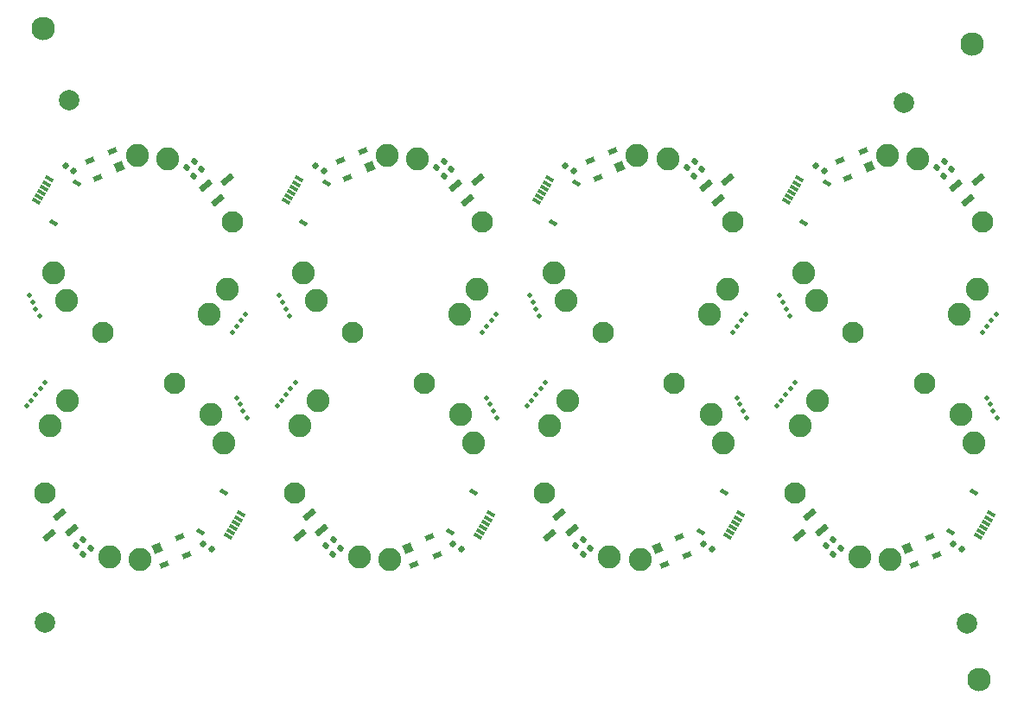
<source format=gbr>
%TF.GenerationSoftware,KiCad,Pcbnew,7.0.10*%
%TF.CreationDate,2024-11-13T11:37:08-08:00*%
%TF.ProjectId,ballBearingBoardPanelization241112,62616c6c-4265-4617-9269-6e67426f6172,rev?*%
%TF.SameCoordinates,Original*%
%TF.FileFunction,Soldermask,Top*%
%TF.FilePolarity,Negative*%
%FSLAX46Y46*%
G04 Gerber Fmt 4.6, Leading zero omitted, Abs format (unit mm)*
G04 Created by KiCad (PCBNEW 7.0.10) date 2024-11-13 11:37:08*
%MOMM*%
%LPD*%
G01*
G04 APERTURE LIST*
G04 Aperture macros list*
%AMRoundRect*
0 Rectangle with rounded corners*
0 $1 Rounding radius*
0 $2 $3 $4 $5 $6 $7 $8 $9 X,Y pos of 4 corners*
0 Add a 4 corners polygon primitive as box body*
4,1,4,$2,$3,$4,$5,$6,$7,$8,$9,$2,$3,0*
0 Add four circle primitives for the rounded corners*
1,1,$1+$1,$2,$3*
1,1,$1+$1,$4,$5*
1,1,$1+$1,$6,$7*
1,1,$1+$1,$8,$9*
0 Add four rect primitives between the rounded corners*
20,1,$1+$1,$2,$3,$4,$5,0*
20,1,$1+$1,$4,$5,$6,$7,0*
20,1,$1+$1,$6,$7,$8,$9,0*
20,1,$1+$1,$8,$9,$2,$3,0*%
%AMRotRect*
0 Rectangle, with rotation*
0 The origin of the aperture is its center*
0 $1 length*
0 $2 width*
0 $3 Rotation angle, in degrees counterclockwise*
0 Add horizontal line*
21,1,$1,$2,0,0,$3*%
G04 Aperture macros list end*
%ADD10RoundRect,0.030000X-0.257898X0.291185X-0.379707X0.084394X0.257898X-0.291185X0.379707X-0.084394X0*%
%ADD11RoundRect,0.040000X-0.228980X0.320574X-0.391393X0.044853X0.228980X-0.320574X0.391393X-0.044853X0*%
%ADD12C,2.250000*%
%ADD13C,0.500000*%
%ADD14RotRect,0.584200X1.320800X129.500000*%
%ADD15C,2.100000*%
%ADD16RoundRect,0.140000X0.000106X-0.220227X0.216161X-0.042125X-0.000106X0.220227X-0.216161X0.042125X0*%
%ADD17C,2.000000*%
%ADD18C,2.300000*%
%ADD19RotRect,0.584200X1.320800X309.500000*%
%ADD20RotRect,0.889000X0.863600X292.500000*%
%ADD21RotRect,0.508000X0.863600X292.500000*%
%ADD22RoundRect,0.140000X-0.000106X0.220227X-0.216161X0.042125X0.000106X-0.220227X0.216161X-0.042125X0*%
%ADD23RoundRect,0.030000X0.257898X-0.291185X0.379707X-0.084394X-0.257898X0.291185X-0.379707X0.084394X0*%
%ADD24RoundRect,0.040000X0.228980X-0.320574X0.391393X-0.044853X-0.228980X0.320574X-0.391393X0.044853X0*%
%ADD25RoundRect,0.140000X0.206910X0.075422X-0.034347X0.217532X-0.206910X-0.075422X0.034347X-0.217532X0*%
%ADD26RoundRect,0.140000X-0.206910X-0.075422X0.034347X-0.217532X0.206910X0.075422X-0.034347X0.217532X0*%
%ADD27RotRect,0.889000X0.863600X112.500000*%
%ADD28RotRect,0.508000X0.863600X112.500000*%
G04 APERTURE END LIST*
D10*
%TO.C,FPC1*%
X-9521890Y26050097D03*
X-9268121Y26480911D03*
X-9014352Y26911726D03*
X-8760583Y27342540D03*
X-8506814Y27773355D03*
X-8253044Y28204169D03*
D11*
X-7866740Y23914546D03*
X-5582817Y27791877D03*
%TD*%
D12*
%TO.C,J8*%
X16672164Y19033616D03*
%TD*%
D13*
%TO.C,31*%
X60003069Y14950981D03*
%TD*%
%TO.C,40*%
X83606560Y6775265D03*
%TD*%
D12*
%TO.C,J33*%
X74130483Y-9102334D03*
%TD*%
D13*
%TO.C,*%
X-9567638Y15481812D03*
%TD*%
D14*
%TO.C,U4*%
X-6068103Y-6189200D03*
X-7276653Y-4723111D03*
X-8240320Y-6748666D03*
%TD*%
D15*
%TO.C,REF\u002A\u002A*%
X3996360Y8204441D03*
%TD*%
D12*
%TO.C,J39*%
X67044016Y6447499D03*
%TD*%
D14*
%TO.C,U8*%
X18431897Y-6189200D03*
X17223347Y-4723111D03*
X16259680Y-6748666D03*
%TD*%
D16*
%TO.C,C17*%
X43336025Y-7740647D03*
X44076785Y-7130011D03*
%TD*%
D13*
%TO.C,10*%
X34188105Y13149757D03*
%TD*%
D17*
%TO.C,REF\u002A\u002A*%
X-6273800Y35915600D03*
%TD*%
D13*
%TO.C,30*%
X39779486Y14820322D03*
%TD*%
D18*
%TO.C,*%
X82880200Y-20853400D03*
%TD*%
D17*
%TO.C,REF\u002A\u002A*%
X75514200Y35687000D03*
%TD*%
D13*
%TO.C,1*%
X35597086Y4777164D03*
%TD*%
%TO.C,*%
X10425380Y6105431D03*
%TD*%
%TO.C,*%
X11097086Y4777164D03*
%TD*%
%TO.C,7*%
X14924200Y7086600D03*
%TD*%
%TO.C,*%
X-10439400Y5943600D03*
%TD*%
%TO.C,*%
X10109200Y13766800D03*
%TD*%
%TO.C,*%
X10556135Y14358891D03*
%TD*%
%TO.C,36*%
X84244200Y5435600D03*
%TD*%
D15*
%TO.C,REF\u002A\u002A4*%
X34201460Y23989362D03*
%TD*%
D12*
%TO.C,J20*%
X41172164Y19033616D03*
%TD*%
%TO.C,J3*%
X-2356164Y-8814468D03*
%TD*%
D19*
%TO.C,U6*%
X31551962Y27590113D03*
X32760512Y26124024D03*
X33724179Y28149579D03*
%TD*%
D13*
%TO.C,16*%
X14619400Y16154400D03*
%TD*%
D16*
%TO.C,C23*%
X67836025Y-7740647D03*
X68576785Y-7130011D03*
%TD*%
D12*
%TO.C,J14*%
X33681953Y17395756D03*
%TD*%
D15*
%TO.C,REF\u002A\u002A6*%
X52996360Y8204441D03*
%TD*%
D20*
%TO.C,U15*%
X75862476Y-7986003D03*
D21*
X76516673Y-9565375D03*
X78731767Y-8647855D03*
X78004667Y-6892482D03*
%TD*%
D13*
%TO.C,48*%
X84503069Y14950981D03*
%TD*%
%TO.C,*%
X-9118600Y7670800D03*
%TD*%
%TO.C,14*%
X35503069Y14950981D03*
%TD*%
D22*
%TO.C,C3*%
X5952900Y29963617D03*
X5212140Y29352981D03*
%TD*%
D13*
%TO.C,*%
X10106560Y6775265D03*
%TD*%
D23*
%TO.C,FPC8*%
X84005749Y-4649185D03*
X83751980Y-5079999D03*
X83498211Y-5510814D03*
X83244442Y-5941628D03*
X82990673Y-6372443D03*
X82736903Y-6803257D03*
D24*
X82350599Y-2513634D03*
X80066676Y-6390965D03*
%TD*%
D13*
%TO.C,2*%
X35244200Y5435600D03*
%TD*%
%TO.C,32*%
X39432362Y15481812D03*
%TD*%
D12*
%TO.C,J23*%
X46643836Y-8814468D03*
%TD*%
%TO.C,J1*%
X8811695Y2367297D03*
%TD*%
D13*
%TO.C,24*%
X39424200Y7086600D03*
%TD*%
%TO.C,*%
X-10007600Y6477000D03*
%TD*%
D12*
%TO.C,J29*%
X56567611Y5097184D03*
%TD*%
D25*
%TO.C,C24*%
X81151635Y-8074121D03*
X80324471Y-7586885D03*
%TD*%
D13*
%TO.C,41*%
X63924200Y7086600D03*
%TD*%
%TO.C,*%
X-9220514Y14820322D03*
%TD*%
D25*
%TO.C,C6*%
X7651635Y-8074121D03*
X6824471Y-7586885D03*
%TD*%
D16*
%TO.C,C10*%
X19530961Y-8562703D03*
X20271721Y-7952067D03*
%TD*%
D13*
%TO.C,20*%
X38560600Y5943600D03*
%TD*%
D25*
%TO.C,C12*%
X32151635Y-8074121D03*
X31324471Y-7586885D03*
%TD*%
D13*
%TO.C,*%
X10744200Y5435600D03*
%TD*%
D12*
%TO.C,J42*%
X66916248Y16303729D03*
%TD*%
D20*
%TO.C,U3*%
X2362476Y-7986003D03*
D21*
X3016673Y-9565375D03*
X5231767Y-8647855D03*
X4504667Y-6892482D03*
%TD*%
D19*
%TO.C,U2*%
X7051962Y27590113D03*
X8260512Y26124024D03*
X9224179Y28149579D03*
%TD*%
D13*
%TO.C,39*%
X63492400Y6477000D03*
%TD*%
D12*
%TO.C,J12*%
X27840024Y30215380D03*
%TD*%
D13*
%TO.C,13*%
X15279486Y14820322D03*
%TD*%
D15*
%TO.C,REF\u002A\u002A11*%
X70487499Y13196473D03*
%TD*%
D13*
%TO.C,26*%
X40338600Y8255000D03*
%TD*%
D19*
%TO.C,U10*%
X56051962Y27590113D03*
X57260512Y26124024D03*
X58224179Y28149579D03*
%TD*%
D22*
%TO.C,C14*%
X55647835Y29141559D03*
X54907075Y28530923D03*
%TD*%
D12*
%TO.C,J6*%
X-6583752Y16303729D03*
%TD*%
D23*
%TO.C,FPC2*%
X10505749Y-4649185D03*
X10251980Y-5079999D03*
X9998211Y-5510814D03*
X9744442Y-5941628D03*
X9490673Y-6372443D03*
X9236903Y-6803257D03*
D24*
X8850599Y-2513634D03*
X6566676Y-6390965D03*
%TD*%
D13*
%TO.C,38*%
X83925380Y6105431D03*
%TD*%
%TO.C,18*%
X60097086Y4777164D03*
%TD*%
%TO.C,44*%
X83188105Y13149757D03*
%TD*%
D12*
%TO.C,J28*%
X56439844Y14953413D03*
%TD*%
%TO.C,J36*%
X76840024Y30215380D03*
%TD*%
D15*
%TO.C,REF\u002A\u002A10*%
X77496360Y8204441D03*
%TD*%
D13*
%TO.C,47*%
X64279486Y14820322D03*
%TD*%
%TO.C,15*%
X14932362Y15481812D03*
%TD*%
D26*
%TO.C,C7*%
X17832225Y29475032D03*
X18659389Y28987796D03*
%TD*%
D13*
%TO.C,8*%
X15381400Y7670800D03*
%TD*%
%TO.C,4*%
X34925380Y6105431D03*
%TD*%
D16*
%TO.C,C4*%
X-4969039Y-8562703D03*
X-4228279Y-7952067D03*
%TD*%
D15*
%TO.C,REF\u002A\u002A2*%
X28496360Y8204441D03*
%TD*%
D13*
%TO.C,11*%
X34609200Y13766800D03*
%TD*%
D10*
%TO.C,FPC7*%
X63978110Y26050097D03*
X64231879Y26480911D03*
X64485648Y26911726D03*
X64739417Y27342540D03*
X64993186Y27773355D03*
X65246956Y28204169D03*
D11*
X65633260Y23914546D03*
X67917183Y27791877D03*
%TD*%
D10*
%TO.C,FPC3*%
X14978110Y26050097D03*
X15231879Y26480911D03*
X15485648Y26911726D03*
X15739417Y27342540D03*
X15993186Y27773355D03*
X16246956Y28204169D03*
D11*
X16633260Y23914546D03*
X18917183Y27791877D03*
%TD*%
D12*
%TO.C,J13*%
X16301907Y4005156D03*
%TD*%
%TO.C,J2*%
X630483Y-9102334D03*
%TD*%
D13*
%TO.C,*%
X-8661400Y8255000D03*
%TD*%
D12*
%TO.C,J18*%
X17916248Y16303729D03*
%TD*%
D13*
%TO.C,34*%
X38806438Y16826990D03*
%TD*%
D18*
%TO.C,*%
X-8864600Y42976800D03*
%TD*%
D13*
%TO.C,21*%
X59425380Y6105431D03*
%TD*%
%TO.C,*%
X-10193562Y16826990D03*
%TD*%
%TO.C,17*%
X14306438Y16826990D03*
%TD*%
%TO.C,12*%
X35056135Y14358891D03*
%TD*%
D22*
%TO.C,C9*%
X30452900Y29963617D03*
X29712140Y29352981D03*
%TD*%
D12*
%TO.C,J35*%
X71143836Y-8814468D03*
%TD*%
%TO.C,J32*%
X65672164Y19033616D03*
%TD*%
%TO.C,J15*%
X18044016Y6447499D03*
%TD*%
D13*
%TO.C,3*%
X14060600Y5943600D03*
%TD*%
D12*
%TO.C,J5*%
X-6455984Y6447499D03*
%TD*%
D23*
%TO.C,FPC4*%
X35005749Y-4649185D03*
X34751980Y-5079999D03*
X34498211Y-5510814D03*
X34244442Y-5941628D03*
X33990673Y-6372443D03*
X33736903Y-6803257D03*
D24*
X33350599Y-2513634D03*
X31066676Y-6390965D03*
%TD*%
D27*
%TO.C,U1*%
X-1378616Y29386915D03*
D28*
X-2032813Y30966287D03*
X-4247907Y30048767D03*
X-3520807Y28293394D03*
%TD*%
D26*
%TO.C,C1*%
X-6667775Y29475032D03*
X-5840611Y28987796D03*
%TD*%
D12*
%TO.C,J6*%
X7567611Y5097184D03*
%TD*%
D13*
%TO.C,28*%
X59109200Y13766800D03*
%TD*%
%TO.C,*%
X-9880600Y16154400D03*
%TD*%
D22*
%TO.C,C21*%
X79452900Y29963617D03*
X78712140Y29352981D03*
%TD*%
D12*
%TO.C,J3*%
X3340024Y30215380D03*
%TD*%
D27*
%TO.C,U13*%
X72121384Y29386915D03*
D28*
X71467187Y30966287D03*
X69252093Y30048767D03*
X69979193Y28293394D03*
%TD*%
D12*
%TO.C,J37*%
X65301907Y4005156D03*
%TD*%
D22*
%TO.C,C20*%
X80147835Y29141559D03*
X79407075Y28530923D03*
%TD*%
D12*
%TO.C,J41*%
X81067611Y5097184D03*
%TD*%
%TO.C,J19*%
X57811695Y2367297D03*
%TD*%
D20*
%TO.C,U7*%
X26862476Y-7986003D03*
D21*
X27516673Y-9565375D03*
X29731767Y-8647855D03*
X29004667Y-6892482D03*
%TD*%
D12*
%TO.C,J27*%
X42544016Y6447499D03*
%TD*%
%TO.C,J22*%
X49353377Y30503247D03*
%TD*%
D26*
%TO.C,C19*%
X66832225Y29475032D03*
X67659389Y28987796D03*
%TD*%
D12*
%TO.C,J38*%
X82681953Y17395756D03*
%TD*%
D19*
%TO.C,U14*%
X80551962Y27590113D03*
X81760512Y26124024D03*
X82724179Y28149579D03*
%TD*%
D13*
%TO.C,37*%
X63060600Y5943600D03*
%TD*%
%TO.C,49*%
X63932362Y15481812D03*
%TD*%
D17*
%TO.C,REF\u002A\u002A*%
X81661000Y-15392400D03*
%TD*%
D12*
%TO.C,J21*%
X49630483Y-9102334D03*
%TD*%
D13*
%TO.C,45*%
X83609200Y13766800D03*
%TD*%
D12*
%TO.C,J25*%
X40801907Y4005156D03*
%TD*%
%TO.C,J24*%
X52340024Y30215380D03*
%TD*%
%TO.C,J30*%
X42416248Y16303729D03*
%TD*%
D10*
%TO.C,FPC5*%
X39478110Y26050097D03*
X39731879Y26480911D03*
X39985648Y26911726D03*
X40239417Y27342540D03*
X40493186Y27773355D03*
X40746956Y28204169D03*
D11*
X41133260Y23914546D03*
X43417183Y27791877D03*
%TD*%
D26*
%TO.C,C13*%
X42332225Y29475032D03*
X43159389Y28987796D03*
%TD*%
D15*
%TO.C,REF\u002A\u002A5*%
X40282401Y-2588450D03*
%TD*%
%TO.C,REF\u002A\u002A1*%
X15782401Y-2588450D03*
%TD*%
D17*
%TO.C,REF\u002A\u002A*%
X-8636000Y-15240000D03*
%TD*%
D27*
%TO.C,U9*%
X47621384Y29386915D03*
D28*
X46967187Y30966287D03*
X44752093Y30048767D03*
X45479193Y28293394D03*
%TD*%
D14*
%TO.C,U16*%
X67431897Y-6189200D03*
X66223347Y-4723111D03*
X65259680Y-6748666D03*
%TD*%
%TO.C,U12*%
X42931897Y-6189200D03*
X41723347Y-4723111D03*
X40759680Y-6748666D03*
%TD*%
D12*
%TO.C,J17*%
X32067611Y5097184D03*
%TD*%
%TO.C,J9*%
X25130483Y-9102334D03*
%TD*%
%TO.C,J4*%
X9181953Y17395756D03*
%TD*%
D15*
%TO.C,REF\u002A\u002A*%
X9701460Y23989362D03*
%TD*%
D16*
%TO.C,C5*%
X-5663975Y-7740647D03*
X-4923215Y-7130011D03*
%TD*%
D13*
%TO.C,*%
X9688105Y13149757D03*
%TD*%
D16*
%TO.C,C22*%
X68530961Y-8562703D03*
X69271721Y-7952067D03*
%TD*%
D13*
%TO.C,19*%
X59744200Y5435600D03*
%TD*%
D16*
%TO.C,C16*%
X44030961Y-8562703D03*
X44771721Y-7952067D03*
%TD*%
D15*
%TO.C,REF\u002A\u002A8*%
X58701460Y23989362D03*
%TD*%
D12*
%TO.C,J7*%
X33311695Y2367297D03*
%TD*%
D27*
%TO.C,U5*%
X23121384Y29386915D03*
D28*
X22467187Y30966287D03*
X20252093Y30048767D03*
X20979193Y28293394D03*
%TD*%
D13*
%TO.C,25*%
X39881400Y7670800D03*
%TD*%
D22*
%TO.C,C2*%
X6647835Y29141559D03*
X5907075Y28530923D03*
%TD*%
D16*
%TO.C,C11*%
X18836025Y-7740647D03*
X19576785Y-7130011D03*
%TD*%
D13*
%TO.C,27*%
X58688105Y13149757D03*
%TD*%
D15*
%TO.C,REF\u002A\u002A9*%
X64782401Y-2588450D03*
%TD*%
%TO.C,REF\u002A\u002A7*%
X45987499Y13196473D03*
%TD*%
D13*
%TO.C,22*%
X38992400Y6477000D03*
%TD*%
D22*
%TO.C,C15*%
X54952900Y29963617D03*
X54212140Y29352981D03*
%TD*%
D13*
%TO.C,5*%
X14492400Y6477000D03*
%TD*%
D12*
%TO.C,J16*%
X31939844Y14953413D03*
%TD*%
D18*
%TO.C,*%
X82143600Y41427400D03*
%TD*%
D12*
%TO.C,J4*%
X-8198093Y4005156D03*
%TD*%
%TO.C,J11*%
X22143836Y-8814468D03*
%TD*%
%TO.C,J34*%
X73853377Y30503247D03*
%TD*%
D13*
%TO.C,9*%
X15838600Y8255000D03*
%TD*%
%TO.C,*%
X11003069Y14950981D03*
%TD*%
%TO.C,29*%
X59556135Y14358891D03*
%TD*%
%TO.C,43*%
X64838600Y8255000D03*
%TD*%
D12*
%TO.C,J26*%
X58181953Y17395756D03*
%TD*%
D13*
%TO.C,6*%
X34606560Y6775265D03*
%TD*%
%TO.C,35*%
X84597086Y4777164D03*
%TD*%
%TO.C,50*%
X63619400Y16154400D03*
%TD*%
%TO.C,*%
X-9575800Y7086600D03*
%TD*%
D15*
%TO.C,REF\u002A\u002A*%
X-8717599Y-2588450D03*
%TD*%
D13*
%TO.C,51*%
X63306438Y16826990D03*
%TD*%
D12*
%TO.C,J40*%
X80939844Y14953413D03*
%TD*%
D13*
%TO.C,33*%
X39119400Y16154400D03*
%TD*%
D22*
%TO.C,C8*%
X31147835Y29141559D03*
X30407075Y28530923D03*
%TD*%
D12*
%TO.C,J2*%
X353377Y30503247D03*
%TD*%
%TO.C,J10*%
X24853377Y30503247D03*
%TD*%
D23*
%TO.C,FPC6*%
X59505749Y-4649185D03*
X59251980Y-5079999D03*
X58998211Y-5510814D03*
X58744442Y-5941628D03*
X58490673Y-6372443D03*
X58236903Y-6803257D03*
D24*
X57850599Y-2513634D03*
X55566676Y-6390965D03*
%TD*%
D15*
%TO.C,REF\u002A\u002A3*%
X21487499Y13196473D03*
%TD*%
D20*
%TO.C,U11*%
X51362476Y-7986003D03*
D21*
X52016673Y-9565375D03*
X54231767Y-8647855D03*
X53504667Y-6892482D03*
%TD*%
D25*
%TO.C,C18*%
X56651635Y-8074121D03*
X55824471Y-7586885D03*
%TD*%
D13*
%TO.C,42*%
X64381400Y7670800D03*
%TD*%
%TO.C,23*%
X59106560Y6775265D03*
%TD*%
D15*
%TO.C,REF\u002A\u002A*%
X-3012501Y13196473D03*
%TD*%
%TO.C,REF\u002A\u002A12*%
X83201460Y23989362D03*
%TD*%
D13*
%TO.C,46*%
X84056135Y14358891D03*
%TD*%
D12*
%TO.C,J31*%
X82311695Y2367297D03*
%TD*%
%TO.C,J5*%
X7439844Y14953413D03*
%TD*%
%TO.C,J1*%
X-7827836Y19033616D03*
%TD*%
M02*

</source>
